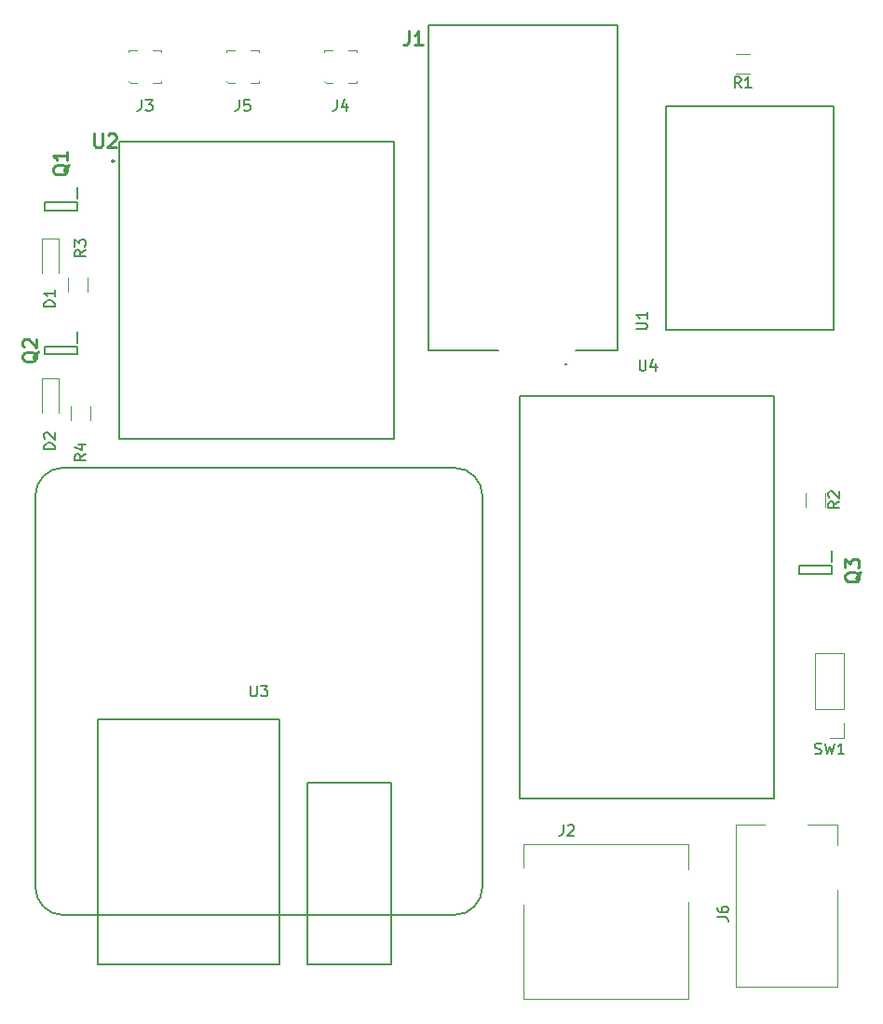
<source format=gto>
G04 #@! TF.FileFunction,Legend,Top*
%FSLAX46Y46*%
G04 Gerber Fmt 4.6, Leading zero omitted, Abs format (unit mm)*
G04 Created by KiCad (PCBNEW 4.0.7) date *
%MOMM*%
%LPD*%
G01*
G04 APERTURE LIST*
%ADD10C,0.100000*%
%ADD11C,0.150000*%
%ADD12C,0.120000*%
%ADD13C,0.200000*%
%ADD14C,0.254000*%
G04 APERTURE END LIST*
D10*
D11*
X135445000Y-139320000D02*
X135445000Y-143765000D01*
X135445000Y-143765000D02*
X143065000Y-143765000D01*
X143065000Y-143765000D02*
X143065000Y-139320000D01*
X143065000Y-139320000D02*
X143065000Y-127255000D01*
X143065000Y-127255000D02*
X135445000Y-127255000D01*
X135445000Y-127255000D02*
X135445000Y-139320000D01*
X116395000Y-139320000D02*
X116395000Y-143765000D01*
X116395000Y-143765000D02*
X132905000Y-143765000D01*
X132905000Y-143765000D02*
X132905000Y-139320000D01*
X116395000Y-139320000D02*
X116395000Y-121540000D01*
X116395000Y-121540000D02*
X132905000Y-121540000D01*
X132905000Y-121540000D02*
X132905000Y-139320000D01*
X110680000Y-136780000D02*
X110680000Y-101220000D01*
X148780000Y-139320000D02*
X113220000Y-139320000D01*
X151320000Y-101220000D02*
X151320000Y-136780000D01*
X113220000Y-98680000D02*
X148780000Y-98680000D01*
X148780000Y-139320000D02*
G75*
G03X151320000Y-136780000I0J2540000D01*
G01*
X110680000Y-136780000D02*
G75*
G03X113220000Y-139320000I2540000J0D01*
G01*
X113220000Y-98680000D02*
G75*
G03X110680000Y-101220000I0J-2540000D01*
G01*
X151320000Y-101220000D02*
G75*
G03X148780000Y-98680000I-2540000J0D01*
G01*
D12*
X111264000Y-81010000D02*
X111264000Y-77810000D01*
X112764000Y-77810000D02*
X112764000Y-81010000D01*
X112764000Y-77810000D02*
X111264000Y-77810000D01*
X111264000Y-93710000D02*
X111264000Y-90510000D01*
X112764000Y-90510000D02*
X112764000Y-93710000D01*
X112764000Y-90510000D02*
X111264000Y-90510000D01*
D13*
X146400000Y-88000000D02*
X146400000Y-58500000D01*
X146400000Y-58500000D02*
X163600000Y-58500000D01*
X163600000Y-58500000D02*
X163600000Y-88000000D01*
X163600000Y-88000000D02*
X159837000Y-88000000D01*
X146400000Y-88000000D02*
X152733000Y-88000000D01*
D14*
X158910160Y-89298000D02*
G75*
G03X158910160Y-89298000I-63160J0D01*
G01*
D12*
X170050000Y-132860000D02*
X170050000Y-135190000D01*
X155060000Y-132860000D02*
X155060000Y-134980000D01*
X170050000Y-132860000D02*
X155060000Y-132860000D01*
X170050000Y-146950000D02*
X155060000Y-146950000D01*
X170050000Y-138150000D02*
X170050000Y-146950000D01*
X155060000Y-138350000D02*
X155060000Y-146950000D01*
X119950000Y-63730000D02*
X119350000Y-63730000D01*
X119350000Y-63730000D02*
X119150000Y-63530000D01*
X122150000Y-63530000D02*
X122150000Y-63730000D01*
X122150000Y-63730000D02*
X121350000Y-63730000D01*
X121350000Y-60730000D02*
X122150000Y-60730000D01*
X122150000Y-60730000D02*
X122150000Y-60930000D01*
X119150000Y-60930000D02*
X119150000Y-60730000D01*
X119150000Y-60730000D02*
X119950000Y-60730000D01*
X137730000Y-63730000D02*
X137130000Y-63730000D01*
X137130000Y-63730000D02*
X136930000Y-63530000D01*
X139930000Y-63530000D02*
X139930000Y-63730000D01*
X139930000Y-63730000D02*
X139130000Y-63730000D01*
X139130000Y-60730000D02*
X139930000Y-60730000D01*
X139930000Y-60730000D02*
X139930000Y-60930000D01*
X136930000Y-60930000D02*
X136930000Y-60730000D01*
X136930000Y-60730000D02*
X137730000Y-60730000D01*
X128840000Y-63730000D02*
X128240000Y-63730000D01*
X128240000Y-63730000D02*
X128040000Y-63530000D01*
X131040000Y-63530000D02*
X131040000Y-63730000D01*
X131040000Y-63730000D02*
X130240000Y-63730000D01*
X130240000Y-60730000D02*
X131040000Y-60730000D01*
X131040000Y-60730000D02*
X131040000Y-60930000D01*
X128040000Y-60930000D02*
X128040000Y-60730000D01*
X128040000Y-60730000D02*
X128840000Y-60730000D01*
X183600000Y-137000000D02*
X183600000Y-145800000D01*
X183600000Y-145800000D02*
X174400000Y-145800000D01*
X180900000Y-131100000D02*
X183600000Y-131100000D01*
X183600000Y-131100000D02*
X183600000Y-133000000D01*
X174400000Y-145800000D02*
X174400000Y-131100000D01*
X174400000Y-131100000D02*
X177000000Y-131100000D01*
D13*
X114490000Y-74580000D02*
X114490000Y-75280000D01*
X114490000Y-75280000D02*
X111570000Y-75280000D01*
X111570000Y-75280000D02*
X111570000Y-74580000D01*
X111570000Y-74580000D02*
X114490000Y-74580000D01*
X114535000Y-73230000D02*
X114535000Y-74230000D01*
X114460000Y-87650000D02*
X114460000Y-88350000D01*
X114460000Y-88350000D02*
X111540000Y-88350000D01*
X111540000Y-88350000D02*
X111540000Y-87650000D01*
X111540000Y-87650000D02*
X114460000Y-87650000D01*
X114505000Y-86300000D02*
X114505000Y-87300000D01*
X183070000Y-107600000D02*
X183070000Y-108300000D01*
X183070000Y-108300000D02*
X180150000Y-108300000D01*
X180150000Y-108300000D02*
X180150000Y-107600000D01*
X180150000Y-107600000D02*
X183070000Y-107600000D01*
X183115000Y-106250000D02*
X183115000Y-107250000D01*
D12*
X174400000Y-61120000D02*
X175600000Y-61120000D01*
X175600000Y-62880000D02*
X174400000Y-62880000D01*
X180730000Y-102200000D02*
X180730000Y-101000000D01*
X182490000Y-101000000D02*
X182490000Y-102200000D01*
X115434000Y-81442000D02*
X115434000Y-82642000D01*
X113674000Y-82642000D02*
X113674000Y-81442000D01*
X115688000Y-93126000D02*
X115688000Y-94326000D01*
X113928000Y-94326000D02*
X113928000Y-93126000D01*
D13*
X118310000Y-96050000D02*
X143310000Y-96050000D01*
X143310000Y-96050000D02*
X143310000Y-69050000D01*
X143310000Y-69050000D02*
X118310000Y-69050000D01*
X118310000Y-69050000D02*
X118310000Y-96050000D01*
D14*
X117828000Y-70823000D02*
G75*
G03X117828000Y-70823000I-97000J0D01*
G01*
D12*
X184210000Y-115510000D02*
X181550000Y-115510000D01*
X184210000Y-120650000D02*
X184210000Y-115510000D01*
X181550000Y-120650000D02*
X181550000Y-115510000D01*
X184210000Y-120650000D02*
X181550000Y-120650000D01*
X184210000Y-121920000D02*
X184210000Y-123250000D01*
X184210000Y-123250000D02*
X182880000Y-123250000D01*
D11*
X177800000Y-92202000D02*
X154686000Y-92202000D01*
X177800000Y-127254000D02*
X177800000Y-92202000D01*
X154686000Y-127254000D02*
X154686000Y-95250000D01*
X154686000Y-95250000D02*
X154686000Y-92202000D01*
X156210000Y-128778000D02*
X177800000Y-128778000D01*
X177800000Y-128778000D02*
X177800000Y-127254000D01*
X156210000Y-128778000D02*
X154686000Y-128778000D01*
X154686000Y-128778000D02*
X154686000Y-127254000D01*
X183240000Y-86160000D02*
X183240000Y-65840000D01*
X183240000Y-65840000D02*
X168000000Y-65840000D01*
X168000000Y-65840000D02*
X168000000Y-86160000D01*
X168000000Y-86160000D02*
X183240000Y-86160000D01*
X130238095Y-118452381D02*
X130238095Y-119261905D01*
X130285714Y-119357143D01*
X130333333Y-119404762D01*
X130428571Y-119452381D01*
X130619048Y-119452381D01*
X130714286Y-119404762D01*
X130761905Y-119357143D01*
X130809524Y-119261905D01*
X130809524Y-118452381D01*
X131190476Y-118452381D02*
X131809524Y-118452381D01*
X131476190Y-118833333D01*
X131619048Y-118833333D01*
X131714286Y-118880952D01*
X131761905Y-118928571D01*
X131809524Y-119023810D01*
X131809524Y-119261905D01*
X131761905Y-119357143D01*
X131714286Y-119404762D01*
X131619048Y-119452381D01*
X131333333Y-119452381D01*
X131238095Y-119404762D01*
X131190476Y-119357143D01*
X112466381Y-84050095D02*
X111466381Y-84050095D01*
X111466381Y-83812000D01*
X111514000Y-83669142D01*
X111609238Y-83573904D01*
X111704476Y-83526285D01*
X111894952Y-83478666D01*
X112037810Y-83478666D01*
X112228286Y-83526285D01*
X112323524Y-83573904D01*
X112418762Y-83669142D01*
X112466381Y-83812000D01*
X112466381Y-84050095D01*
X112466381Y-82526285D02*
X112466381Y-83097714D01*
X112466381Y-82812000D02*
X111466381Y-82812000D01*
X111609238Y-82907238D01*
X111704476Y-83002476D01*
X111752095Y-83097714D01*
X112466381Y-97004095D02*
X111466381Y-97004095D01*
X111466381Y-96766000D01*
X111514000Y-96623142D01*
X111609238Y-96527904D01*
X111704476Y-96480285D01*
X111894952Y-96432666D01*
X112037810Y-96432666D01*
X112228286Y-96480285D01*
X112323524Y-96527904D01*
X112418762Y-96623142D01*
X112466381Y-96766000D01*
X112466381Y-97004095D01*
X111561619Y-96051714D02*
X111514000Y-96004095D01*
X111466381Y-95908857D01*
X111466381Y-95670761D01*
X111514000Y-95575523D01*
X111561619Y-95527904D01*
X111656857Y-95480285D01*
X111752095Y-95480285D01*
X111894952Y-95527904D01*
X112466381Y-96099333D01*
X112466381Y-95480285D01*
D14*
X144610667Y-58994524D02*
X144610667Y-59901667D01*
X144550191Y-60083095D01*
X144429239Y-60204048D01*
X144247810Y-60264524D01*
X144126858Y-60264524D01*
X145880667Y-60264524D02*
X145154953Y-60264524D01*
X145517810Y-60264524D02*
X145517810Y-58994524D01*
X145396858Y-59175952D01*
X145275905Y-59296905D01*
X145154953Y-59357381D01*
D11*
X158666667Y-131102381D02*
X158666667Y-131816667D01*
X158619047Y-131959524D01*
X158523809Y-132054762D01*
X158380952Y-132102381D01*
X158285714Y-132102381D01*
X159095238Y-131197619D02*
X159142857Y-131150000D01*
X159238095Y-131102381D01*
X159476191Y-131102381D01*
X159571429Y-131150000D01*
X159619048Y-131197619D01*
X159666667Y-131292857D01*
X159666667Y-131388095D01*
X159619048Y-131530952D01*
X159047619Y-132102381D01*
X159666667Y-132102381D01*
X120316667Y-65238381D02*
X120316667Y-65952667D01*
X120269047Y-66095524D01*
X120173809Y-66190762D01*
X120030952Y-66238381D01*
X119935714Y-66238381D01*
X120697619Y-65238381D02*
X121316667Y-65238381D01*
X120983333Y-65619333D01*
X121126191Y-65619333D01*
X121221429Y-65666952D01*
X121269048Y-65714571D01*
X121316667Y-65809810D01*
X121316667Y-66047905D01*
X121269048Y-66143143D01*
X121221429Y-66190762D01*
X121126191Y-66238381D01*
X120840476Y-66238381D01*
X120745238Y-66190762D01*
X120697619Y-66143143D01*
X138096667Y-65238381D02*
X138096667Y-65952667D01*
X138049047Y-66095524D01*
X137953809Y-66190762D01*
X137810952Y-66238381D01*
X137715714Y-66238381D01*
X139001429Y-65571714D02*
X139001429Y-66238381D01*
X138763333Y-65190762D02*
X138525238Y-65905048D01*
X139144286Y-65905048D01*
X129206667Y-65238381D02*
X129206667Y-65952667D01*
X129159047Y-66095524D01*
X129063809Y-66190762D01*
X128920952Y-66238381D01*
X128825714Y-66238381D01*
X130159048Y-65238381D02*
X129682857Y-65238381D01*
X129635238Y-65714571D01*
X129682857Y-65666952D01*
X129778095Y-65619333D01*
X130016191Y-65619333D01*
X130111429Y-65666952D01*
X130159048Y-65714571D01*
X130206667Y-65809810D01*
X130206667Y-66047905D01*
X130159048Y-66143143D01*
X130111429Y-66190762D01*
X130016191Y-66238381D01*
X129778095Y-66238381D01*
X129682857Y-66190762D01*
X129635238Y-66143143D01*
X172680381Y-139525333D02*
X173394667Y-139525333D01*
X173537524Y-139572953D01*
X173632762Y-139668191D01*
X173680381Y-139811048D01*
X173680381Y-139906286D01*
X172680381Y-138620571D02*
X172680381Y-138811048D01*
X172728000Y-138906286D01*
X172775619Y-138953905D01*
X172918476Y-139049143D01*
X173108952Y-139096762D01*
X173489905Y-139096762D01*
X173585143Y-139049143D01*
X173632762Y-139001524D01*
X173680381Y-138906286D01*
X173680381Y-138715809D01*
X173632762Y-138620571D01*
X173585143Y-138572952D01*
X173489905Y-138525333D01*
X173251810Y-138525333D01*
X173156571Y-138572952D01*
X173108952Y-138620571D01*
X173061333Y-138715809D01*
X173061333Y-138906286D01*
X173108952Y-139001524D01*
X173156571Y-139049143D01*
X173251810Y-139096762D01*
D14*
X113695476Y-71120952D02*
X113635000Y-71241905D01*
X113514048Y-71362857D01*
X113332619Y-71544286D01*
X113272143Y-71665238D01*
X113272143Y-71786190D01*
X113574524Y-71725714D02*
X113514048Y-71846667D01*
X113393095Y-71967619D01*
X113151190Y-72028095D01*
X112727857Y-72028095D01*
X112485952Y-71967619D01*
X112365000Y-71846667D01*
X112304524Y-71725714D01*
X112304524Y-71483810D01*
X112365000Y-71362857D01*
X112485952Y-71241905D01*
X112727857Y-71181429D01*
X113151190Y-71181429D01*
X113393095Y-71241905D01*
X113514048Y-71362857D01*
X113574524Y-71483810D01*
X113574524Y-71725714D01*
X113574524Y-69971905D02*
X113574524Y-70697619D01*
X113574524Y-70334762D02*
X112304524Y-70334762D01*
X112485952Y-70455714D01*
X112606905Y-70576667D01*
X112667381Y-70697619D01*
X110901476Y-88120952D02*
X110841000Y-88241905D01*
X110720048Y-88362857D01*
X110538619Y-88544286D01*
X110478143Y-88665238D01*
X110478143Y-88786190D01*
X110780524Y-88725714D02*
X110720048Y-88846667D01*
X110599095Y-88967619D01*
X110357190Y-89028095D01*
X109933857Y-89028095D01*
X109691952Y-88967619D01*
X109571000Y-88846667D01*
X109510524Y-88725714D01*
X109510524Y-88483810D01*
X109571000Y-88362857D01*
X109691952Y-88241905D01*
X109933857Y-88181429D01*
X110357190Y-88181429D01*
X110599095Y-88241905D01*
X110720048Y-88362857D01*
X110780524Y-88483810D01*
X110780524Y-88725714D01*
X109631476Y-87697619D02*
X109571000Y-87637143D01*
X109510524Y-87516191D01*
X109510524Y-87213810D01*
X109571000Y-87092857D01*
X109631476Y-87032381D01*
X109752429Y-86971905D01*
X109873381Y-86971905D01*
X110054810Y-87032381D01*
X110780524Y-87758095D01*
X110780524Y-86971905D01*
X185695476Y-108120952D02*
X185635000Y-108241905D01*
X185514048Y-108362857D01*
X185332619Y-108544286D01*
X185272143Y-108665238D01*
X185272143Y-108786190D01*
X185574524Y-108725714D02*
X185514048Y-108846667D01*
X185393095Y-108967619D01*
X185151190Y-109028095D01*
X184727857Y-109028095D01*
X184485952Y-108967619D01*
X184365000Y-108846667D01*
X184304524Y-108725714D01*
X184304524Y-108483810D01*
X184365000Y-108362857D01*
X184485952Y-108241905D01*
X184727857Y-108181429D01*
X185151190Y-108181429D01*
X185393095Y-108241905D01*
X185514048Y-108362857D01*
X185574524Y-108483810D01*
X185574524Y-108725714D01*
X184304524Y-107758095D02*
X184304524Y-106971905D01*
X184788333Y-107395238D01*
X184788333Y-107213810D01*
X184848810Y-107092857D01*
X184909286Y-107032381D01*
X185030238Y-106971905D01*
X185332619Y-106971905D01*
X185453571Y-107032381D01*
X185514048Y-107092857D01*
X185574524Y-107213810D01*
X185574524Y-107576667D01*
X185514048Y-107697619D01*
X185453571Y-107758095D01*
D11*
X174833334Y-64152381D02*
X174500000Y-63676190D01*
X174261905Y-64152381D02*
X174261905Y-63152381D01*
X174642858Y-63152381D01*
X174738096Y-63200000D01*
X174785715Y-63247619D01*
X174833334Y-63342857D01*
X174833334Y-63485714D01*
X174785715Y-63580952D01*
X174738096Y-63628571D01*
X174642858Y-63676190D01*
X174261905Y-63676190D01*
X175785715Y-64152381D02*
X175214286Y-64152381D01*
X175500000Y-64152381D02*
X175500000Y-63152381D01*
X175404762Y-63295238D01*
X175309524Y-63390476D01*
X175214286Y-63438095D01*
X183762381Y-101766666D02*
X183286190Y-102100000D01*
X183762381Y-102338095D02*
X182762381Y-102338095D01*
X182762381Y-101957142D01*
X182810000Y-101861904D01*
X182857619Y-101814285D01*
X182952857Y-101766666D01*
X183095714Y-101766666D01*
X183190952Y-101814285D01*
X183238571Y-101861904D01*
X183286190Y-101957142D01*
X183286190Y-102338095D01*
X182857619Y-101385714D02*
X182810000Y-101338095D01*
X182762381Y-101242857D01*
X182762381Y-101004761D01*
X182810000Y-100909523D01*
X182857619Y-100861904D01*
X182952857Y-100814285D01*
X183048095Y-100814285D01*
X183190952Y-100861904D01*
X183762381Y-101433333D01*
X183762381Y-100814285D01*
X115260381Y-78906666D02*
X114784190Y-79240000D01*
X115260381Y-79478095D02*
X114260381Y-79478095D01*
X114260381Y-79097142D01*
X114308000Y-79001904D01*
X114355619Y-78954285D01*
X114450857Y-78906666D01*
X114593714Y-78906666D01*
X114688952Y-78954285D01*
X114736571Y-79001904D01*
X114784190Y-79097142D01*
X114784190Y-79478095D01*
X114260381Y-78573333D02*
X114260381Y-77954285D01*
X114641333Y-78287619D01*
X114641333Y-78144761D01*
X114688952Y-78049523D01*
X114736571Y-78001904D01*
X114831810Y-77954285D01*
X115069905Y-77954285D01*
X115165143Y-78001904D01*
X115212762Y-78049523D01*
X115260381Y-78144761D01*
X115260381Y-78430476D01*
X115212762Y-78525714D01*
X115165143Y-78573333D01*
X115260381Y-97448666D02*
X114784190Y-97782000D01*
X115260381Y-98020095D02*
X114260381Y-98020095D01*
X114260381Y-97639142D01*
X114308000Y-97543904D01*
X114355619Y-97496285D01*
X114450857Y-97448666D01*
X114593714Y-97448666D01*
X114688952Y-97496285D01*
X114736571Y-97543904D01*
X114784190Y-97639142D01*
X114784190Y-98020095D01*
X114593714Y-96591523D02*
X115260381Y-96591523D01*
X114212762Y-96829619D02*
X114927048Y-97067714D01*
X114927048Y-96448666D01*
D14*
X116032381Y-68304524D02*
X116032381Y-69332619D01*
X116092857Y-69453571D01*
X116153333Y-69514048D01*
X116274286Y-69574524D01*
X116516190Y-69574524D01*
X116637143Y-69514048D01*
X116697619Y-69453571D01*
X116758095Y-69332619D01*
X116758095Y-68304524D01*
X117302381Y-68425476D02*
X117362857Y-68365000D01*
X117483809Y-68304524D01*
X117786190Y-68304524D01*
X117907143Y-68365000D01*
X117967619Y-68425476D01*
X118028095Y-68546429D01*
X118028095Y-68667381D01*
X117967619Y-68848810D01*
X117241905Y-69574524D01*
X118028095Y-69574524D01*
D11*
X181546667Y-124654762D02*
X181689524Y-124702381D01*
X181927620Y-124702381D01*
X182022858Y-124654762D01*
X182070477Y-124607143D01*
X182118096Y-124511905D01*
X182118096Y-124416667D01*
X182070477Y-124321429D01*
X182022858Y-124273810D01*
X181927620Y-124226190D01*
X181737143Y-124178571D01*
X181641905Y-124130952D01*
X181594286Y-124083333D01*
X181546667Y-123988095D01*
X181546667Y-123892857D01*
X181594286Y-123797619D01*
X181641905Y-123750000D01*
X181737143Y-123702381D01*
X181975239Y-123702381D01*
X182118096Y-123750000D01*
X182451429Y-123702381D02*
X182689524Y-124702381D01*
X182880001Y-123988095D01*
X183070477Y-124702381D01*
X183308572Y-123702381D01*
X184213334Y-124702381D02*
X183641905Y-124702381D01*
X183927619Y-124702381D02*
X183927619Y-123702381D01*
X183832381Y-123845238D01*
X183737143Y-123940476D01*
X183641905Y-123988095D01*
X165608095Y-88860381D02*
X165608095Y-89669905D01*
X165655714Y-89765143D01*
X165703333Y-89812762D01*
X165798571Y-89860381D01*
X165989048Y-89860381D01*
X166084286Y-89812762D01*
X166131905Y-89765143D01*
X166179524Y-89669905D01*
X166179524Y-88860381D01*
X167084286Y-89193714D02*
X167084286Y-89860381D01*
X166846190Y-88812762D02*
X166608095Y-89527048D01*
X167227143Y-89527048D01*
X165314381Y-86105905D02*
X166123905Y-86105905D01*
X166219143Y-86058286D01*
X166266762Y-86010667D01*
X166314381Y-85915429D01*
X166314381Y-85724952D01*
X166266762Y-85629714D01*
X166219143Y-85582095D01*
X166123905Y-85534476D01*
X165314381Y-85534476D01*
X166314381Y-84534476D02*
X166314381Y-85105905D01*
X166314381Y-84820191D02*
X165314381Y-84820191D01*
X165457238Y-84915429D01*
X165552476Y-85010667D01*
X165600095Y-85105905D01*
M02*

</source>
